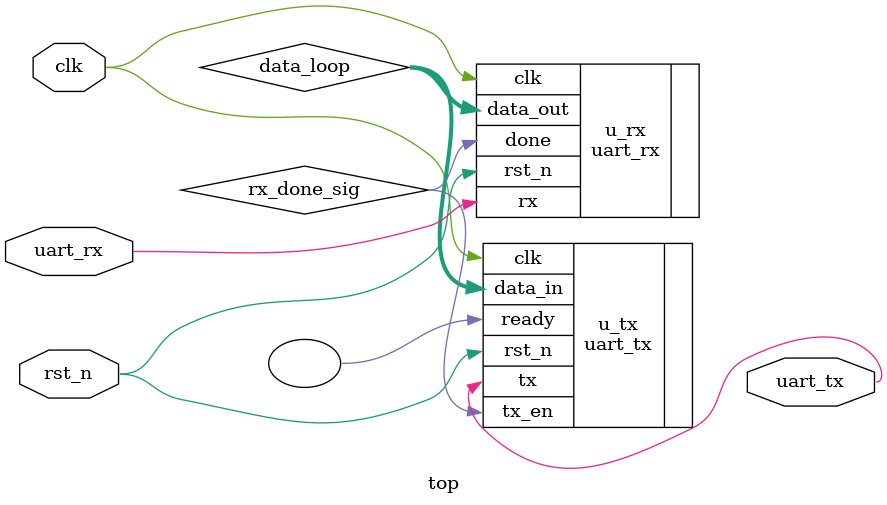
<source format=v>
module top(
    input clk,
    input rst_n,    // 低电平复位
    input uart_rx,  // 外部数据进来
    output uart_tx  // 数据原样发回去
);

    wire [7:0] data_loop; // 内部数据线：把 RX 的嘴连到 TX 的耳朵
    wire rx_done_sig;     // 内部控制线：RX 说"收到了"，TX 就"开始发"

    // 1. 实例化接收模块 (耳朵)
    uart_rx #(
        .CLK_FREQ(50_000_000), // 如果你的时钟不是50M，请在这里改
        .BAUD_RATE(115200)
    ) u_rx (
        .clk(clk), 
        .rst_n(rst_n), 
        .rx(uart_rx),
        .data_out(data_loop), // 吐出数据
        .done(rx_done_sig)    // 吐出"完成"信号
    );

    // 2. 实例化发送模块 (嘴巴)
    uart_tx #(
        .CLK_FREQ(50_000_000), 
        .BAUD_RATE(115200)
    ) u_tx (
        .clk(clk), 
        .rst_n(rst_n), 
        .tx(uart_tx),
        .data_in(data_loop),  // 吃进刚才吐出的数据
        .tx_en(rx_done_sig),  // 一旦 RX 收完，TX 立刻发
        .ready()              // 悬空不接，不管它忙不忙
    );

endmodule
</source>
